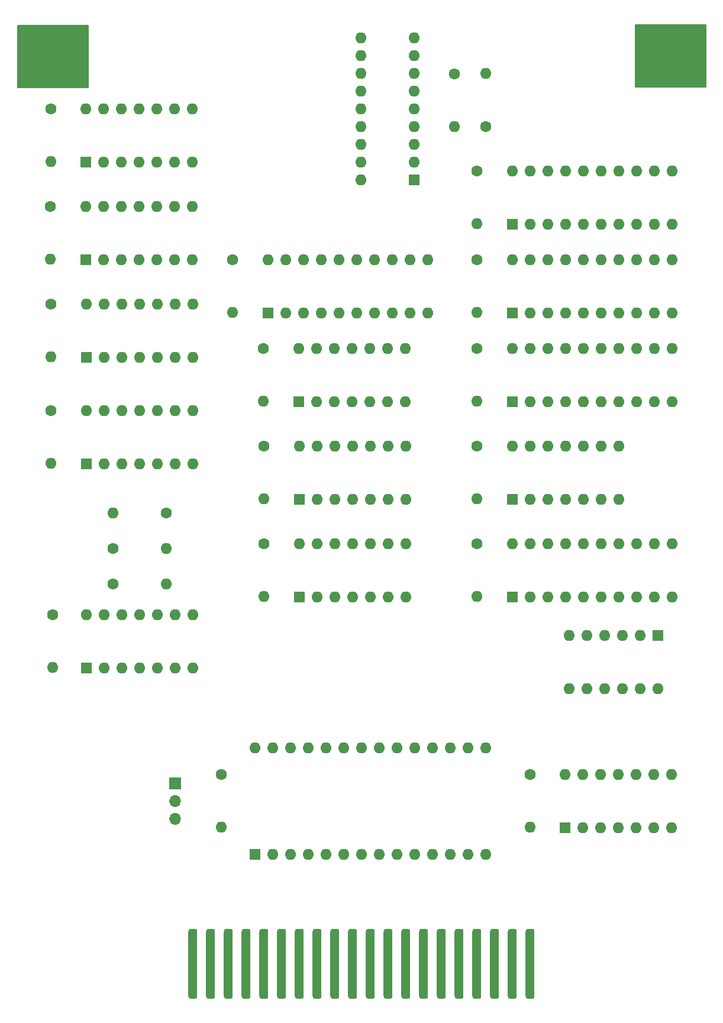
<source format=gbr>
%TF.GenerationSoftware,KiCad,Pcbnew,6.0.7-f9a2dced07~116~ubuntu20.04.1*%
%TF.CreationDate,2022-11-23T10:31:03-05:00*%
%TF.ProjectId,6551usb,36353531-7573-4622-9e6b-696361645f70,1.02*%
%TF.SameCoordinates,Original*%
%TF.FileFunction,Soldermask,Top*%
%TF.FilePolarity,Negative*%
%FSLAX46Y46*%
G04 Gerber Fmt 4.6, Leading zero omitted, Abs format (unit mm)*
G04 Created by KiCad (PCBNEW 6.0.7-f9a2dced07~116~ubuntu20.04.1) date 2022-11-23 10:31:03*
%MOMM*%
%LPD*%
G01*
G04 APERTURE LIST*
G04 Aperture macros list*
%AMRoundRect*
0 Rectangle with rounded corners*
0 $1 Rounding radius*
0 $2 $3 $4 $5 $6 $7 $8 $9 X,Y pos of 4 corners*
0 Add a 4 corners polygon primitive as box body*
4,1,4,$2,$3,$4,$5,$6,$7,$8,$9,$2,$3,0*
0 Add four circle primitives for the rounded corners*
1,1,$1+$1,$2,$3*
1,1,$1+$1,$4,$5*
1,1,$1+$1,$6,$7*
1,1,$1+$1,$8,$9*
0 Add four rect primitives between the rounded corners*
20,1,$1+$1,$2,$3,$4,$5,0*
20,1,$1+$1,$4,$5,$6,$7,0*
20,1,$1+$1,$6,$7,$8,$9,0*
20,1,$1+$1,$8,$9,$2,$3,0*%
G04 Aperture macros list end*
%ADD10C,0.150000*%
%ADD11RoundRect,0.317500X-0.317500X-4.682500X0.317500X-4.682500X0.317500X4.682500X-0.317500X4.682500X0*%
%ADD12C,1.600000*%
%ADD13O,1.600000X1.600000*%
%ADD14R,1.600000X1.600000*%
%ADD15R,1.700000X1.700000*%
%ADD16O,1.700000X1.700000*%
G04 APERTURE END LIST*
D10*
X13081000Y-55372000D02*
X23114000Y-55372000D01*
X23114000Y-55372000D02*
X23114000Y-64262000D01*
X23114000Y-64262000D02*
X13081000Y-64262000D01*
X13081000Y-64262000D02*
X13081000Y-55372000D01*
G36*
X13081000Y-55372000D02*
G01*
X23114000Y-55372000D01*
X23114000Y-64262000D01*
X13081000Y-64262000D01*
X13081000Y-55372000D01*
G37*
X101473000Y-55245000D02*
X111506000Y-55245000D01*
X111506000Y-55245000D02*
X111506000Y-64135000D01*
X111506000Y-64135000D02*
X101473000Y-64135000D01*
X101473000Y-64135000D02*
X101473000Y-55245000D01*
G36*
X101473000Y-55245000D02*
G01*
X111506000Y-55245000D01*
X111506000Y-64135000D01*
X101473000Y-64135000D01*
X101473000Y-55245000D01*
G37*
X18415000Y-58420000D02*
X18415000Y-58420000D01*
X18415000Y-58420000D02*
X18415000Y-58420000D01*
X18415000Y-58420000D02*
X18415000Y-58420000D01*
X18415000Y-58420000D02*
X18415000Y-58420000D01*
D11*
%TO.C,U17*%
X38100000Y-189611000D03*
X40640000Y-189611000D03*
X43180000Y-189611000D03*
X45720000Y-189611000D03*
X48260000Y-189611000D03*
X50800000Y-189611000D03*
X53340000Y-189611000D03*
X55880000Y-189611000D03*
X58420000Y-189611000D03*
X60960000Y-189611000D03*
X63500000Y-189611000D03*
X66040000Y-189611000D03*
X68580000Y-189611000D03*
X71120000Y-189611000D03*
X73660000Y-189611000D03*
X76200000Y-189611000D03*
X78740000Y-189611000D03*
X81280000Y-189611000D03*
X83820000Y-189611000D03*
X86360000Y-189611000D03*
%TD*%
D12*
%TO.C,C15*%
X43815000Y-88900000D03*
D13*
X43815000Y-96400000D03*
%TD*%
D12*
%TO.C,C14*%
X78740000Y-101600000D03*
D13*
X78740000Y-109100000D03*
%TD*%
D14*
%TO.C,U13*%
X83820000Y-83820000D03*
D13*
X86360000Y-83820000D03*
X88900000Y-83820000D03*
X91440000Y-83820000D03*
X93980000Y-83820000D03*
X96520000Y-83820000D03*
X99060000Y-83820000D03*
X101600000Y-83820000D03*
X104140000Y-83820000D03*
X106680000Y-83820000D03*
X106680000Y-76200000D03*
X104140000Y-76200000D03*
X101600000Y-76200000D03*
X99060000Y-76200000D03*
X96520000Y-76200000D03*
X93980000Y-76200000D03*
X91440000Y-76200000D03*
X88900000Y-76200000D03*
X86360000Y-76200000D03*
X83820000Y-76200000D03*
%TD*%
D14*
%TO.C,U11*%
X22855000Y-88890000D03*
D13*
X25395000Y-88890000D03*
X27935000Y-88890000D03*
X30475000Y-88890000D03*
X33015000Y-88890000D03*
X35555000Y-88890000D03*
X38095000Y-88890000D03*
X38095000Y-81270000D03*
X35555000Y-81270000D03*
X33015000Y-81270000D03*
X30475000Y-81270000D03*
X27935000Y-81270000D03*
X25395000Y-81270000D03*
X22855000Y-81270000D03*
%TD*%
D14*
%TO.C,U9*%
X46990000Y-173990000D03*
D13*
X49530000Y-173990000D03*
X52070000Y-173990000D03*
X54610000Y-173990000D03*
X57150000Y-173990000D03*
X59690000Y-173990000D03*
X62230000Y-173990000D03*
X64770000Y-173990000D03*
X67310000Y-173990000D03*
X69850000Y-173990000D03*
X72390000Y-173990000D03*
X74930000Y-173990000D03*
X77470000Y-173990000D03*
X80010000Y-173990000D03*
X80010000Y-158750000D03*
X77470000Y-158750000D03*
X74930000Y-158750000D03*
X72390000Y-158750000D03*
X69850000Y-158750000D03*
X67310000Y-158750000D03*
X64770000Y-158750000D03*
X62230000Y-158750000D03*
X59690000Y-158750000D03*
X57150000Y-158750000D03*
X54610000Y-158750000D03*
X52070000Y-158750000D03*
X49530000Y-158750000D03*
X46990000Y-158750000D03*
%TD*%
D14*
%TO.C,U16*%
X83820000Y-96520000D03*
D13*
X86360000Y-96520000D03*
X88900000Y-96520000D03*
X91440000Y-96520000D03*
X93980000Y-96520000D03*
X96520000Y-96520000D03*
X99060000Y-96520000D03*
X101600000Y-96520000D03*
X104140000Y-96520000D03*
X106680000Y-96520000D03*
X106680000Y-88900000D03*
X104140000Y-88900000D03*
X101600000Y-88900000D03*
X99060000Y-88900000D03*
X96520000Y-88900000D03*
X93980000Y-88900000D03*
X91440000Y-88900000D03*
X88900000Y-88900000D03*
X86360000Y-88900000D03*
X83820000Y-88900000D03*
%TD*%
D14*
%TO.C,U1*%
X53340000Y-137160000D03*
D13*
X55880000Y-137160000D03*
X58420000Y-137160000D03*
X60960000Y-137160000D03*
X63500000Y-137160000D03*
X66040000Y-137160000D03*
X68580000Y-137160000D03*
X68580000Y-129540000D03*
X66040000Y-129540000D03*
X63500000Y-129540000D03*
X60960000Y-129540000D03*
X58420000Y-129540000D03*
X55880000Y-129540000D03*
X53340000Y-129540000D03*
%TD*%
D12*
%TO.C,C3*%
X48255000Y-101590000D03*
D13*
X48255000Y-109090000D03*
%TD*%
D14*
%TO.C,SW1*%
X104648000Y-142621000D03*
D13*
X102108000Y-142621000D03*
X99568000Y-142621000D03*
X97028000Y-142621000D03*
X94488000Y-142621000D03*
X91948000Y-142621000D03*
X91948000Y-150241000D03*
X94488000Y-150241000D03*
X97028000Y-150241000D03*
X99568000Y-150241000D03*
X102108000Y-150241000D03*
X104648000Y-150241000D03*
%TD*%
D12*
%TO.C,C7*%
X78740000Y-115570000D03*
D13*
X78740000Y-123070000D03*
%TD*%
D12*
%TO.C,R1*%
X80010000Y-69850000D03*
D13*
X80010000Y-62230000D03*
%TD*%
D14*
%TO.C,U12*%
X22860000Y-147320000D03*
D13*
X25400000Y-147320000D03*
X27940000Y-147320000D03*
X30480000Y-147320000D03*
X33020000Y-147320000D03*
X35560000Y-147320000D03*
X38100000Y-147320000D03*
X38100000Y-139700000D03*
X35560000Y-139700000D03*
X33020000Y-139700000D03*
X30480000Y-139700000D03*
X27940000Y-139700000D03*
X25400000Y-139700000D03*
X22860000Y-139700000D03*
%TD*%
D12*
%TO.C,C8*%
X17780000Y-67320000D03*
D13*
X17780000Y-74820000D03*
%TD*%
D12*
%TO.C,C1*%
X48260000Y-129540000D03*
D13*
X48260000Y-137040000D03*
%TD*%
D14*
%TO.C,U3*%
X53335000Y-109210000D03*
D13*
X55875000Y-109210000D03*
X58415000Y-109210000D03*
X60955000Y-109210000D03*
X63495000Y-109210000D03*
X66035000Y-109210000D03*
X68575000Y-109210000D03*
X68575000Y-101590000D03*
X66035000Y-101590000D03*
X63495000Y-101590000D03*
X60955000Y-101590000D03*
X58415000Y-101590000D03*
X55875000Y-101590000D03*
X53335000Y-101590000D03*
%TD*%
D12*
%TO.C,R3*%
X26670000Y-130175000D03*
D13*
X34290000Y-130175000D03*
%TD*%
D14*
%TO.C,U4*%
X83820000Y-137160000D03*
D13*
X86360000Y-137160000D03*
X88900000Y-137160000D03*
X91440000Y-137160000D03*
X93980000Y-137160000D03*
X96520000Y-137160000D03*
X99060000Y-137160000D03*
X101600000Y-137160000D03*
X104140000Y-137160000D03*
X106680000Y-137160000D03*
X106680000Y-129540000D03*
X104140000Y-129540000D03*
X101600000Y-129540000D03*
X99060000Y-129540000D03*
X96520000Y-129540000D03*
X93980000Y-129540000D03*
X91440000Y-129540000D03*
X88900000Y-129540000D03*
X86360000Y-129540000D03*
X83820000Y-129540000D03*
%TD*%
D14*
%TO.C,U14*%
X83820000Y-109220000D03*
D13*
X86360000Y-109220000D03*
X88900000Y-109220000D03*
X91440000Y-109220000D03*
X93980000Y-109220000D03*
X96520000Y-109220000D03*
X99060000Y-109220000D03*
X101600000Y-109220000D03*
X104140000Y-109220000D03*
X106680000Y-109220000D03*
X106680000Y-101600000D03*
X104140000Y-101600000D03*
X101600000Y-101600000D03*
X99060000Y-101600000D03*
X96520000Y-101600000D03*
X93980000Y-101600000D03*
X91440000Y-101600000D03*
X88900000Y-101600000D03*
X86360000Y-101600000D03*
X83820000Y-101600000D03*
%TD*%
D12*
%TO.C,C9*%
X42164000Y-162555000D03*
D13*
X42164000Y-170055000D03*
%TD*%
D12*
%TO.C,C2*%
X86360000Y-162560000D03*
D13*
X86360000Y-170060000D03*
%TD*%
D12*
%TO.C,C12*%
X18034000Y-139700000D03*
D13*
X18034000Y-147200000D03*
%TD*%
D12*
%TO.C,C13*%
X78740000Y-76200000D03*
D13*
X78740000Y-83700000D03*
%TD*%
D14*
%TO.C,U15*%
X48900000Y-96520000D03*
D13*
X51440000Y-96520000D03*
X53980000Y-96520000D03*
X56520000Y-96520000D03*
X59060000Y-96520000D03*
X61600000Y-96520000D03*
X64140000Y-96520000D03*
X66680000Y-96520000D03*
X69220000Y-96520000D03*
X71760000Y-96520000D03*
X71760000Y-88900000D03*
X69220000Y-88900000D03*
X66680000Y-88900000D03*
X64140000Y-88900000D03*
X61600000Y-88900000D03*
X59060000Y-88900000D03*
X56520000Y-88900000D03*
X53980000Y-88900000D03*
X51440000Y-88900000D03*
X48900000Y-88900000D03*
%TD*%
D14*
%TO.C,U10*%
X22860000Y-102860000D03*
D13*
X25400000Y-102860000D03*
X27940000Y-102860000D03*
X30480000Y-102860000D03*
X33020000Y-102860000D03*
X35560000Y-102860000D03*
X38100000Y-102860000D03*
X38100000Y-95240000D03*
X35560000Y-95240000D03*
X33020000Y-95240000D03*
X30480000Y-95240000D03*
X27940000Y-95240000D03*
X25400000Y-95240000D03*
X22860000Y-95240000D03*
%TD*%
D12*
%TO.C,C5*%
X48260000Y-115570000D03*
D13*
X48260000Y-123070000D03*
%TD*%
D12*
%TO.C,C6*%
X17780000Y-110490000D03*
D13*
X17780000Y-117990000D03*
%TD*%
D15*
%TO.C,J1*%
X35560000Y-163830000D03*
D16*
X35560000Y-166370000D03*
X35560000Y-168910000D03*
%TD*%
D12*
%TO.C,C17*%
X75565000Y-62290000D03*
D13*
X75565000Y-69790000D03*
%TD*%
D14*
%TO.C,U6*%
X22860000Y-118100000D03*
D13*
X25400000Y-118100000D03*
X27940000Y-118100000D03*
X30480000Y-118100000D03*
X33020000Y-118100000D03*
X35560000Y-118100000D03*
X38100000Y-118100000D03*
X38100000Y-110480000D03*
X35560000Y-110480000D03*
X33020000Y-110480000D03*
X30480000Y-110480000D03*
X27940000Y-110480000D03*
X25400000Y-110480000D03*
X22860000Y-110480000D03*
%TD*%
D12*
%TO.C,C10*%
X17785000Y-95250000D03*
D13*
X17785000Y-102750000D03*
%TD*%
D12*
%TO.C,R4*%
X26670000Y-135255000D03*
D13*
X34290000Y-135255000D03*
%TD*%
D14*
%TO.C,U7*%
X83820000Y-123200000D03*
D13*
X86360000Y-123200000D03*
X88900000Y-123200000D03*
X91440000Y-123200000D03*
X93980000Y-123200000D03*
X96520000Y-123200000D03*
X99060000Y-123200000D03*
X99060000Y-115580000D03*
X96520000Y-115580000D03*
X93980000Y-115580000D03*
X91440000Y-115580000D03*
X88900000Y-115580000D03*
X86360000Y-115580000D03*
X83820000Y-115580000D03*
%TD*%
D14*
%TO.C,U5*%
X53340000Y-123190000D03*
D13*
X55880000Y-123190000D03*
X58420000Y-123190000D03*
X60960000Y-123190000D03*
X63500000Y-123190000D03*
X66040000Y-123190000D03*
X68580000Y-123190000D03*
X68580000Y-115570000D03*
X66040000Y-115570000D03*
X63500000Y-115570000D03*
X60960000Y-115570000D03*
X58420000Y-115570000D03*
X55880000Y-115570000D03*
X53340000Y-115570000D03*
%TD*%
D12*
%TO.C,R2*%
X34290000Y-125095000D03*
D13*
X26670000Y-125095000D03*
%TD*%
D14*
%TO.C,U8*%
X22855000Y-74930000D03*
D13*
X25395000Y-74930000D03*
X27935000Y-74930000D03*
X30475000Y-74930000D03*
X33015000Y-74930000D03*
X35555000Y-74930000D03*
X38095000Y-74930000D03*
X38095000Y-67310000D03*
X35555000Y-67310000D03*
X33015000Y-67310000D03*
X30475000Y-67310000D03*
X27935000Y-67310000D03*
X25395000Y-67310000D03*
X22855000Y-67310000D03*
%TD*%
D12*
%TO.C,C4*%
X78740000Y-129540000D03*
D13*
X78740000Y-137040000D03*
%TD*%
D12*
%TO.C,C16*%
X78740000Y-88900000D03*
D13*
X78740000Y-96400000D03*
%TD*%
D14*
%TO.C,U2*%
X91435000Y-170170000D03*
D13*
X93975000Y-170170000D03*
X96515000Y-170170000D03*
X99055000Y-170170000D03*
X101595000Y-170170000D03*
X104135000Y-170170000D03*
X106675000Y-170170000D03*
X106675000Y-162550000D03*
X104135000Y-162550000D03*
X101595000Y-162550000D03*
X99055000Y-162550000D03*
X96515000Y-162550000D03*
X93975000Y-162550000D03*
X91435000Y-162550000D03*
%TD*%
D14*
%TO.C,P1*%
X69840000Y-77460000D03*
D13*
X69840000Y-74920000D03*
X69840000Y-72380000D03*
X69840000Y-69840000D03*
X69840000Y-67300000D03*
X69840000Y-64760000D03*
X69840000Y-62220000D03*
X69840000Y-59680000D03*
X69840000Y-57140000D03*
X62220000Y-57140000D03*
X62220000Y-59680000D03*
X62220000Y-62220000D03*
X62220000Y-64760000D03*
X62220000Y-67300000D03*
X62220000Y-69840000D03*
X62220000Y-72380000D03*
X62220000Y-74920000D03*
X62220000Y-77460000D03*
%TD*%
D12*
%TO.C,C11*%
X17775000Y-81280000D03*
D13*
X17775000Y-88780000D03*
%TD*%
M02*

</source>
